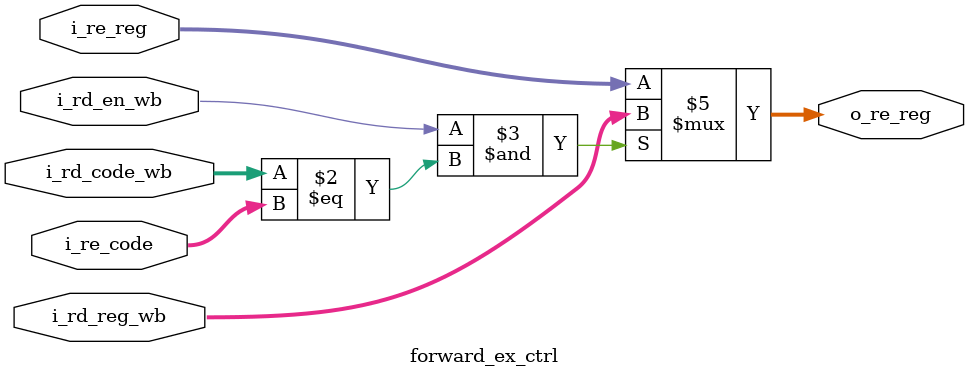
<source format=v>
module forward_ex_ctrl (
    /* WB phase write register */
    input               i_rd_en_wb,
    input [3:0]         i_rd_code_wb,
    input [31:0]        i_rd_reg_wb,

    /* register code input */
    input [3:0]         i_re_code,

    /* register input */
    input [31:0]        i_re_reg,

    /* register output */
    output reg [31:0]   o_re_reg
);
    always @(*) begin
        if (i_rd_en_wb & (i_rd_code_wb == i_re_code)) begin
            o_re_reg = i_rd_reg_wb;
        end
        else begin
            o_re_reg = i_re_reg;
        end
    end
endmodule
</source>
